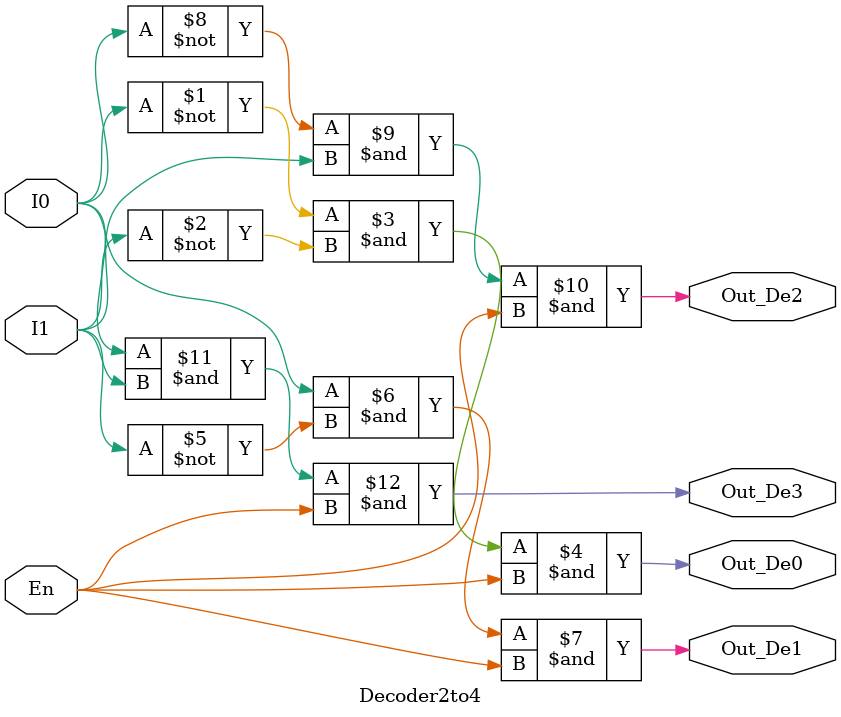
<source format=v>
module Decoder2to4(Out_De0, Out_De1, Out_De2, Out_De3, I0, I1, En); // I1 MSB, I0 LSB
	input I0, I1, En;
	output Out_De0, Out_De1, Out_De2, Out_De3;
	
	and(Out_De0, ~I0, ~I1, En),
		(Out_De1, I0, ~I1, En),
		(Out_De2, ~I0, I1, En),
		(Out_De3, I0, I1, En);
endmodule
	

</source>
